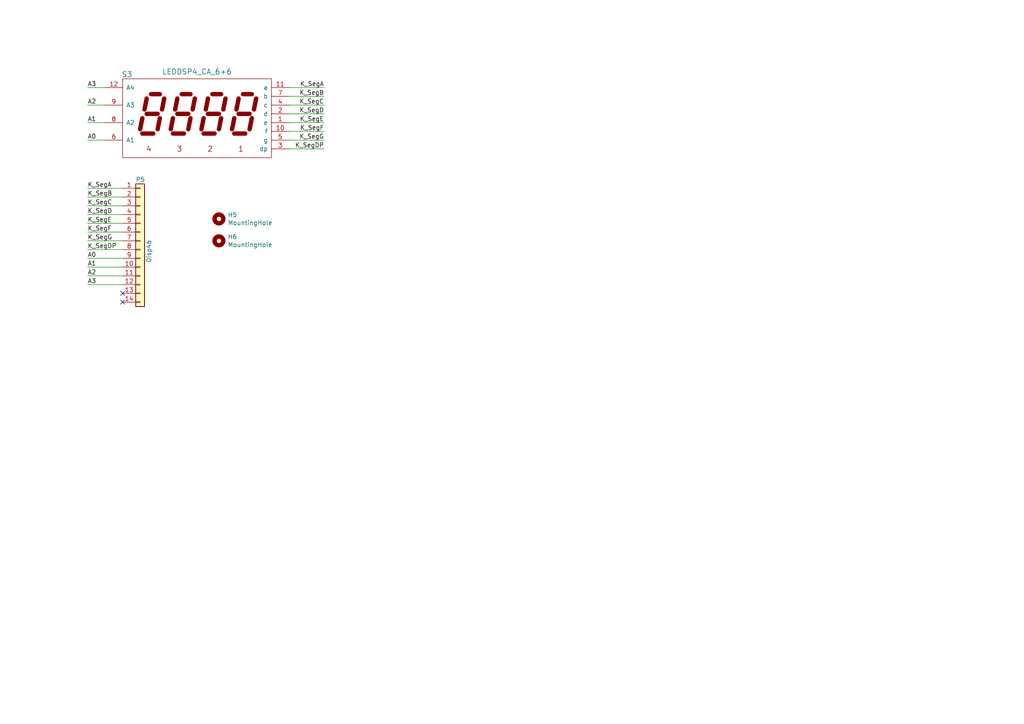
<source format=kicad_sch>
(kicad_sch (version 20210621) (generator eeschema)
  (paper "A4")
  (lib_symbols
    (symbol "Connector_Generic:Conn_01x14" (pin_names (offset 1.016) hide)
      (property "Reference" "J" (at 0 17.78 0))
      (property "Value" "Conn_01x14" (at 0 -20.32 0))
      (symbol "Conn_01x14_1_1"
        (rectangle (start -1.27 -17.653) (end 0 -17.907) (stroke (width 0.1524)))
        (rectangle (start -1.27 -15.113) (end 0 -15.367) (stroke (width 0.1524)))
        (rectangle (start -1.27 -12.573) (end 0 -12.827) (stroke (width 0.1524)))
        (rectangle (start -1.27 -10.033) (end 0 -10.287) (stroke (width 0.1524)))
        (rectangle (start -1.27 -7.493) (end 0 -7.747) (stroke (width 0.1524)))
        (rectangle (start -1.27 -4.953) (end 0 -5.207) (stroke (width 0.1524)))
        (rectangle (start -1.27 -2.413) (end 0 -2.667) (stroke (width 0.1524)))
        (rectangle (start -1.27 0.127) (end 0 -0.127) (stroke (width 0.1524)))
        (rectangle (start -1.27 2.667) (end 0 2.413) (stroke (width 0.1524)))
        (rectangle (start -1.27 5.207) (end 0 4.953) (stroke (width 0.1524)))
        (rectangle (start -1.27 7.747) (end 0 7.493) (stroke (width 0.1524)))
        (rectangle (start -1.27 10.287) (end 0 10.033) (stroke (width 0.1524)))
        (rectangle (start -1.27 12.827) (end 0 12.573) (stroke (width 0.1524)))
        (rectangle (start -1.27 15.367) (end 0 15.113) (stroke (width 0.1524)))
        (rectangle (start -1.27 16.51) (end 1.27 -19.05) (stroke (width 0.254)) (fill (type background)))
        (pin passive line (at -5.08 15.24 0) (length 3.81) (name "Pin_1") (number "1"))
        (pin passive line (at -5.08 -7.62 0) (length 3.81) (name "Pin_10") (number "10"))
        (pin passive line (at -5.08 -10.16 0) (length 3.81) (name "Pin_11") (number "11"))
        (pin passive line (at -5.08 -12.7 0) (length 3.81) (name "Pin_12") (number "12"))
        (pin passive line (at -5.08 -15.24 0) (length 3.81) (name "Pin_13") (number "13"))
        (pin passive line (at -5.08 -17.78 0) (length 3.81) (name "Pin_14") (number "14"))
        (pin passive line (at -5.08 12.7 0) (length 3.81) (name "Pin_2") (number "2"))
        (pin passive line (at -5.08 10.16 0) (length 3.81) (name "Pin_3") (number "3"))
        (pin passive line (at -5.08 7.62 0) (length 3.81) (name "Pin_4") (number "4"))
        (pin passive line (at -5.08 5.08 0) (length 3.81) (name "Pin_5") (number "5"))
        (pin passive line (at -5.08 2.54 0) (length 3.81) (name "Pin_6") (number "6"))
        (pin passive line (at -5.08 0 0) (length 3.81) (name "Pin_7") (number "7"))
        (pin passive line (at -5.08 -2.54 0) (length 3.81) (name "Pin_8") (number "8"))
        (pin passive line (at -5.08 -5.08 0) (length 3.81) (name "Pin_9") (number "9"))
      )
    )
    (symbol "GCC_display:LEDDSP4_CA_6+6" (pin_names (offset 1.016))
      (property "Reference" "S" (at -19.05 11.43 0))
      (property "Value" "LEDDSP4_CA_6+6" (at 0 -15.24 0))
      (symbol "LEDDSP4_CA_6+6_0_0"
        (text "1" (at 13.97 -10.16 0) (effects (font (size 1.524 1.524))))
        (text "2" (at 5.08 -10.16 0) (effects (font (size 1.524 1.524))))
        (text "3" (at -3.81 -10.16 0) (effects (font (size 1.524 1.524))))
        (text "4" (at -12.7 -10.16 0) (effects (font (size 1.524 1.524))))
      )
      (symbol "LEDDSP4_CA_6+6_0_1"
        (rectangle (start -20.32 10.16) (end 22.86 -12.7))
        (polyline (pts (xy -14.605 -5.715) (xy -11.43 -5.715)) (stroke (width 1.27)))
        (polyline (pts (xy -14.605 -1.27) (xy -15.24 -4.445)) (stroke (width 1.27)))
        (polyline (pts (xy -13.97 1.27) (xy -13.335 4.445)) (stroke (width 1.27)))
        (polyline (pts (xy -13.335 0) (xy -10.16 0)) (stroke (width 1.27)))
        (polyline (pts (xy -12.065 5.715) (xy -9.525 5.715)) (stroke (width 1.27)))
        (polyline (pts (xy -9.525 -1.27) (xy -10.16 -4.445)) (stroke (width 1.27)))
        (polyline (pts (xy -8.89 -5.715) (xy -8.89 -5.715)) (stroke (width 1.27)))
        (polyline (pts (xy -8.89 1.27) (xy -8.255 4.445)) (stroke (width 1.27)))
        (polyline (pts (xy -5.715 -5.715) (xy -2.54 -5.715)) (stroke (width 1.27)))
        (polyline (pts (xy -5.715 -1.27) (xy -6.35 -4.445)) (stroke (width 1.27)))
        (polyline (pts (xy -5.08 1.27) (xy -4.445 4.445)) (stroke (width 1.27)))
        (polyline (pts (xy -4.445 0) (xy -1.27 0)) (stroke (width 1.27)))
        (polyline (pts (xy -3.175 5.715) (xy -0.635 5.715)) (stroke (width 1.27)))
        (polyline (pts (xy -0.635 -1.27) (xy -1.27 -4.445)) (stroke (width 1.27)))
        (polyline (pts (xy 0 -5.715) (xy 0 -5.715)) (stroke (width 1.27)))
        (polyline (pts (xy 0 1.27) (xy 0.635 4.445)) (stroke (width 1.27)))
        (polyline (pts (xy 3.175 -5.715) (xy 6.35 -5.715)) (stroke (width 1.27)))
        (polyline (pts (xy 3.175 -1.27) (xy 2.54 -4.445)) (stroke (width 1.27)))
        (polyline (pts (xy 3.81 1.27) (xy 4.445 4.445)) (stroke (width 1.27)))
        (polyline (pts (xy 4.445 0) (xy 7.62 0)) (stroke (width 1.27)))
        (polyline (pts (xy 5.715 5.715) (xy 8.255 5.715)) (stroke (width 1.27)))
        (polyline (pts (xy 8.255 -1.27) (xy 7.62 -4.445)) (stroke (width 1.27)))
        (polyline (pts (xy 8.89 -5.715) (xy 8.89 -5.715)) (stroke (width 1.27)))
        (polyline (pts (xy 8.89 1.27) (xy 9.525 4.445)) (stroke (width 1.27)))
        (polyline (pts (xy 12.065 -5.715) (xy 15.24 -5.715)) (stroke (width 1.27)))
        (polyline (pts (xy 12.065 -1.27) (xy 11.43 -4.445)) (stroke (width 1.27)))
        (polyline (pts (xy 12.7 1.27) (xy 13.335 4.445)) (stroke (width 1.27)))
        (polyline (pts (xy 13.335 0) (xy 16.51 0)) (stroke (width 1.27)))
        (polyline (pts (xy 14.605 5.715) (xy 17.145 5.715)) (stroke (width 1.27)))
        (polyline (pts (xy 17.145 -1.27) (xy 16.51 -4.445)) (stroke (width 1.27)))
        (polyline (pts (xy 17.78 -5.715) (xy 17.78 -5.715)) (stroke (width 1.27)))
        (polyline (pts (xy 17.78 1.27) (xy 18.415 4.445)) (stroke (width 1.27)))
      )
      (symbol "LEDDSP4_CA_6+6_1_1"
        (pin passive line (at 27.94 -2.54 180) (length 5.08) (name "e") (number "1"))
        (pin passive line (at 27.94 -5.08 180) (length 5.08) (name "f") (number "10"))
        (pin passive line (at 27.94 7.62 180) (length 5.08) (name "a") (number "11"))
        (pin passive line (at -25.4 7.62 0) (length 5.08) (name "A4") (number "12"))
        (pin passive line (at 27.94 0 180) (length 5.08) (name "d") (number "2"))
        (pin passive line (at 27.94 -10.16 180) (length 5.08) (name "dp") (number "3"))
        (pin passive line (at 27.94 2.54 180) (length 5.08) (name "c") (number "4"))
        (pin passive line (at 27.94 -7.62 180) (length 5.08) (name "g") (number "5"))
        (pin passive line (at -25.4 -7.62 0) (length 5.08) (name "A1") (number "6"))
        (pin passive line (at 27.94 5.08 180) (length 5.08) (name "b") (number "7"))
        (pin passive line (at -25.4 -2.54 0) (length 5.08) (name "A2") (number "8"))
        (pin passive line (at -25.4 2.54 0) (length 5.08) (name "A3") (number "9"))
      )
    )
    (symbol "Mechanical:MountingHole" (pin_names (offset 1.016))
      (property "Reference" "H" (at 0 5.08 0))
      (property "Value" "MountingHole" (at 0 3.175 0))
      (symbol "MountingHole_0_1"
        (circle (center 0 0) (radius 1.27) (stroke (width 1.27)) (stroke (width 1.27)))
      )
    )
  )
  (no_connect (at 35.56 85.09))
  (no_connect (at 35.56 87.63))
  (wire (pts (xy 25.4 54.61) (xy 35.56 54.61)))
  (wire (pts (xy 25.4 57.15) (xy 35.56 57.15)))
  (wire (pts (xy 25.4 59.69) (xy 35.56 59.69)))
  (wire (pts (xy 25.4 62.23) (xy 35.56 62.23)))
  (wire (pts (xy 25.4 64.77) (xy 35.56 64.77)))
  (wire (pts (xy 25.4 67.31) (xy 35.56 67.31)))
  (wire (pts (xy 25.4 69.85) (xy 35.56 69.85)))
  (wire (pts (xy 25.4 72.39) (xy 35.56 72.39)))
  (wire (pts (xy 30.48 25.4) (xy 25.4 25.4)))
  (wire (pts (xy 30.48 30.48) (xy 25.4 30.48)))
  (wire (pts (xy 30.48 35.56) (xy 25.4 35.56)))
  (wire (pts (xy 30.48 40.64) (xy 25.4 40.64)))
  (wire (pts (xy 35.56 74.93) (xy 25.4 74.93)))
  (wire (pts (xy 35.56 77.47) (xy 25.4 77.47)))
  (wire (pts (xy 35.56 80.01) (xy 25.4 80.01)))
  (wire (pts (xy 35.56 82.55) (xy 25.4 82.55)))
  (wire (pts (xy 93.98 25.4) (xy 83.82 25.4)))
  (wire (pts (xy 93.98 27.94) (xy 83.82 27.94)))
  (wire (pts (xy 93.98 30.48) (xy 83.82 30.48)))
  (wire (pts (xy 93.98 33.02) (xy 83.82 33.02)))
  (wire (pts (xy 93.98 35.56) (xy 83.82 35.56)))
  (wire (pts (xy 93.98 38.1) (xy 83.82 38.1)))
  (wire (pts (xy 93.98 40.64) (xy 83.82 40.64)))
  (wire (pts (xy 93.98 43.18) (xy 83.82 43.18)))
  (label "A3" (at 25.4 25.4 0))
  (label "A2" (at 25.4 30.48 0))
  (label "A1" (at 25.4 35.56 0))
  (label "A0" (at 25.4 40.64 0))
  (label "K_SegA" (at 25.4 54.61 0))
  (label "K_SegB" (at 25.4 57.15 0))
  (label "K_SegC" (at 25.4 59.69 0))
  (label "K_SegD" (at 25.4 62.23 0))
  (label "K_SegE" (at 25.4 64.77 0))
  (label "K_SegF" (at 25.4 67.31 0))
  (label "K_SegG" (at 25.4 69.85 0))
  (label "K_SegDP" (at 25.4 72.39 0))
  (label "A0" (at 25.4 74.93 0))
  (label "A1" (at 25.4 77.47 0))
  (label "A2" (at 25.4 80.01 0))
  (label "A3" (at 25.4 82.55 0))
  (label "K_SegA" (at 93.98 25.4 180))
  (label "K_SegB" (at 93.98 27.94 180))
  (label "K_SegC" (at 93.98 30.48 180))
  (label "K_SegD" (at 93.98 33.02 180))
  (label "K_SegE" (at 93.98 35.56 180))
  (label "K_SegF" (at 93.98 38.1 180))
  (label "K_SegG" (at 93.98 40.64 180))
  (label "K_SegDP" (at 93.98 43.18 180))
  (symbol (lib_id "Mechanical:MountingHole") (at 63.5 63.5 0) (unit 1)
    (property "Reference" "H5" (at 66.04 62.3316 0) (effects (justify left)))
    (property "Value" "MountingHole" (at 66.04 64.643 0) (effects (justify left)))
    (property "Footprint" "GCC_holes:Hole3mm" (effects hide))
  )
  (symbol (lib_id "Mechanical:MountingHole") (at 63.5 69.85 0) (unit 1)
    (property "Reference" "H6" (at 66.04 68.6816 0) (effects (justify left)))
    (property "Value" "MountingHole" (at 66.04 70.993 0) (effects (justify left)))
    (property "Footprint" "GCC_holes:Hole3mm" (effects hide))
  )
  (symbol (lib_id "Connector_Generic:Conn_01x14") (at 40.64 69.85 0) (unit 1)
    (property "Reference" "P5" (at 39.37 52.07 0) (effects (justify left)))
    (property "Value" "Disp4b" (at 43.18 76.2 90) (effects (justify left)))
    (property "Footprint" "Connector_IDC:IDC-Header_2x07_P2.54mm_Vertical" (effects hide))
  )
  (symbol (lib_id "GCC_display:LEDDSP4_CA_6+6") (at 55.88 33.02 0) (unit 1)
    (property "Reference" "S3" (at 36.83 21.59 0) (effects (font (size 1.524 1.524))))
    (property "Value" "LEDDSP4_CA_6+6" (at 57.15 20.8026 0) (effects (font (size 1.524 1.524))))
    (property "Footprint" "GCC_Display:Disp7s4x_036_6+6" (effects hide))
  )
)
</source>
